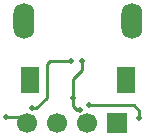
<source format=gbr>
G04 #@! TF.FileFunction,Copper,L2,Bot,Signal*
%FSLAX46Y46*%
G04 Gerber Fmt 4.6, Leading zero omitted, Abs format (unit mm)*
G04 Created by KiCad (PCBNEW 4.0.0-rc1-stable) date mån 21 sep 2015 20:07:33*
%MOMM*%
G01*
G04 APERTURE LIST*
%ADD10C,0.100000*%
%ADD11C,1.700000*%
%ADD12R,1.700000X1.700000*%
%ADD13R,1.650000X2.300000*%
%ADD14O,1.778000X3.048000*%
%ADD15C,0.508000*%
%ADD16C,0.228600*%
G04 APERTURE END LIST*
D10*
D11*
X62236000Y-11103000D03*
X64776000Y-11103000D03*
X67316000Y-11103000D03*
D12*
X69856000Y-11103000D03*
D13*
X70605000Y-7515000D03*
X62415000Y-7515000D03*
D14*
X71070120Y-2465000D03*
X61951520Y-2465000D03*
D15*
X60463200Y-10627300D03*
X66660800Y-10017700D03*
X66890000Y-5853000D03*
X66102000Y-9052500D03*
X67435500Y-9636000D03*
X71690000Y-10664000D03*
X62609500Y-9878000D03*
X65924800Y-5853000D03*
D16*
X61760300Y-10627300D02*
X62236000Y-11103000D01*
X61760300Y-10627300D02*
X60463200Y-10627300D01*
X66660800Y-10017700D02*
X66406800Y-10017700D01*
X66102000Y-9712900D02*
X66102000Y-9052500D01*
X66406800Y-10017700D02*
X66102000Y-9712900D01*
X66102000Y-7403000D02*
X66102000Y-9052500D01*
X66890000Y-6615000D02*
X66102000Y-7403000D01*
X66890000Y-5853000D02*
X66890000Y-6615000D01*
X71690000Y-10080500D02*
X71245500Y-9636000D01*
X71245500Y-9636000D02*
X67435500Y-9636000D01*
X71690000Y-10664000D02*
X71690000Y-10080500D01*
X65924800Y-5853000D02*
X64165620Y-5853000D01*
X63879500Y-8989000D02*
X63879500Y-6139120D01*
X62990500Y-9878000D02*
X63879500Y-8989000D01*
X62609500Y-9878000D02*
X62990500Y-9878000D01*
X64165620Y-5853000D02*
X63879500Y-6139120D01*
X65923160Y-5854640D02*
X65924800Y-5853000D01*
X65924800Y-5853000D02*
X65923160Y-5854640D01*
M02*

</source>
